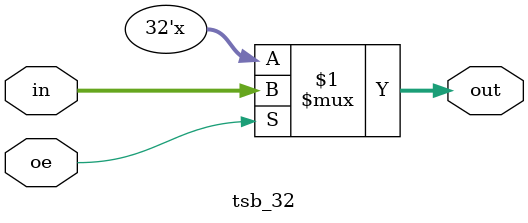
<source format=v>
module tsb_32(out, in, oe);
    input [31:0] in;
    input oe;
    output [31:0] out;

    assign out = oe? in:32'bz;

endmodule
</source>
